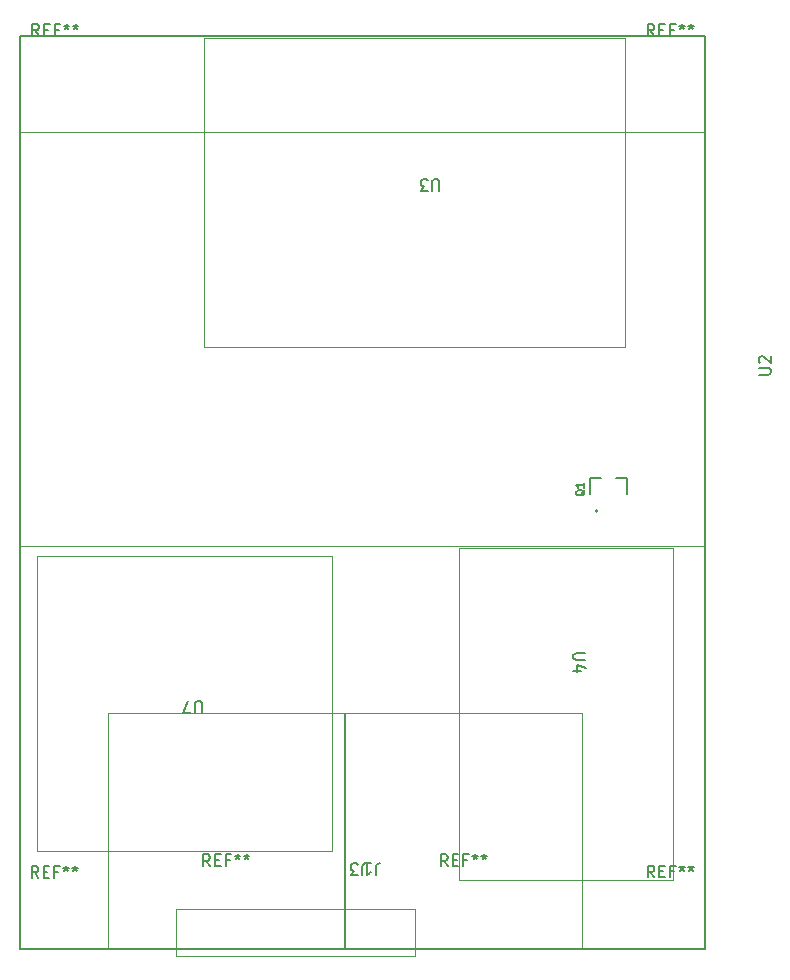
<source format=gbr>
%TF.GenerationSoftware,KiCad,Pcbnew,(6.0.9)*%
%TF.CreationDate,2023-01-30T22:20:02+01:00*%
%TF.ProjectId,P_ytka_pcb,50427974-6b61-45f7-9063-622e6b696361,rev?*%
%TF.SameCoordinates,Original*%
%TF.FileFunction,Legend,Top*%
%TF.FilePolarity,Positive*%
%FSLAX46Y46*%
G04 Gerber Fmt 4.6, Leading zero omitted, Abs format (unit mm)*
G04 Created by KiCad (PCBNEW (6.0.9)) date 2023-01-30 22:20:02*
%MOMM*%
%LPD*%
G01*
G04 APERTURE LIST*
%ADD10C,0.150000*%
%ADD11C,0.120000*%
%ADD12C,0.127000*%
%ADD13C,0.200000*%
G04 APERTURE END LIST*
D10*
X172974000Y-37490400D02*
X114985800Y-37490400D01*
X114985800Y-37490400D02*
X114985800Y-114731800D01*
X114985800Y-114731800D02*
X172974000Y-114731800D01*
X172974000Y-114731800D02*
X172974000Y-37490400D01*
%TO.C,U3*%
X150495704Y-50561419D02*
X150495704Y-49751895D01*
X150448085Y-49656657D01*
X150400466Y-49609038D01*
X150305228Y-49561419D01*
X150114752Y-49561419D01*
X150019514Y-49609038D01*
X149971895Y-49656657D01*
X149924276Y-49751895D01*
X149924276Y-50561419D01*
X149543323Y-50561419D02*
X148924276Y-50561419D01*
X149257609Y-50180466D01*
X149114752Y-50180466D01*
X149019514Y-50132847D01*
X148971895Y-50085228D01*
X148924276Y-49989990D01*
X148924276Y-49751895D01*
X148971895Y-49656657D01*
X149019514Y-49609038D01*
X149114752Y-49561419D01*
X149400466Y-49561419D01*
X149495704Y-49609038D01*
X149543323Y-49656657D01*
%TO.C,J1*%
X145138733Y-108505019D02*
X145138733Y-107790733D01*
X145186352Y-107647876D01*
X145281590Y-107552638D01*
X145424447Y-107505019D01*
X145519685Y-107505019D01*
X144138733Y-107505019D02*
X144710161Y-107505019D01*
X144424447Y-107505019D02*
X144424447Y-108505019D01*
X144519685Y-108362161D01*
X144614923Y-108266923D01*
X144710161Y-108219304D01*
%TO.C,U7*%
X130413304Y-94747819D02*
X130413304Y-93938295D01*
X130365685Y-93843057D01*
X130318066Y-93795438D01*
X130222828Y-93747819D01*
X130032352Y-93747819D01*
X129937114Y-93795438D01*
X129889495Y-93843057D01*
X129841876Y-93938295D01*
X129841876Y-94747819D01*
X129460923Y-94747819D02*
X128794257Y-94747819D01*
X129222828Y-93747819D01*
%TO.C,REF\u002A\u002A*%
X116573466Y-108737780D02*
X116240133Y-108261590D01*
X116002038Y-108737780D02*
X116002038Y-107737780D01*
X116382990Y-107737780D01*
X116478228Y-107785400D01*
X116525847Y-107833019D01*
X116573466Y-107928257D01*
X116573466Y-108071114D01*
X116525847Y-108166352D01*
X116478228Y-108213971D01*
X116382990Y-108261590D01*
X116002038Y-108261590D01*
X117002038Y-108213971D02*
X117335371Y-108213971D01*
X117478228Y-108737780D02*
X117002038Y-108737780D01*
X117002038Y-107737780D01*
X117478228Y-107737780D01*
X118240133Y-108213971D02*
X117906800Y-108213971D01*
X117906800Y-108737780D02*
X117906800Y-107737780D01*
X118382990Y-107737780D01*
X118906800Y-107737780D02*
X118906800Y-107975876D01*
X118668704Y-107880638D02*
X118906800Y-107975876D01*
X119144895Y-107880638D01*
X118763942Y-108166352D02*
X118906800Y-107975876D01*
X119049657Y-108166352D01*
X119668704Y-107737780D02*
X119668704Y-107975876D01*
X119430609Y-107880638D02*
X119668704Y-107975876D01*
X119906800Y-107880638D01*
X119525847Y-108166352D02*
X119668704Y-107975876D01*
X119811561Y-108166352D01*
X168719666Y-108686980D02*
X168386333Y-108210790D01*
X168148238Y-108686980D02*
X168148238Y-107686980D01*
X168529190Y-107686980D01*
X168624428Y-107734600D01*
X168672047Y-107782219D01*
X168719666Y-107877457D01*
X168719666Y-108020314D01*
X168672047Y-108115552D01*
X168624428Y-108163171D01*
X168529190Y-108210790D01*
X168148238Y-108210790D01*
X169148238Y-108163171D02*
X169481571Y-108163171D01*
X169624428Y-108686980D02*
X169148238Y-108686980D01*
X169148238Y-107686980D01*
X169624428Y-107686980D01*
X170386333Y-108163171D02*
X170053000Y-108163171D01*
X170053000Y-108686980D02*
X170053000Y-107686980D01*
X170529190Y-107686980D01*
X171053000Y-107686980D02*
X171053000Y-107925076D01*
X170814904Y-107829838D02*
X171053000Y-107925076D01*
X171291095Y-107829838D01*
X170910142Y-108115552D02*
X171053000Y-107925076D01*
X171195857Y-108115552D01*
X171814904Y-107686980D02*
X171814904Y-107925076D01*
X171576809Y-107829838D02*
X171814904Y-107925076D01*
X172053000Y-107829838D01*
X171672047Y-108115552D02*
X171814904Y-107925076D01*
X171957761Y-108115552D01*
X116624266Y-37439980D02*
X116290933Y-36963790D01*
X116052838Y-37439980D02*
X116052838Y-36439980D01*
X116433790Y-36439980D01*
X116529028Y-36487600D01*
X116576647Y-36535219D01*
X116624266Y-36630457D01*
X116624266Y-36773314D01*
X116576647Y-36868552D01*
X116529028Y-36916171D01*
X116433790Y-36963790D01*
X116052838Y-36963790D01*
X117052838Y-36916171D02*
X117386171Y-36916171D01*
X117529028Y-37439980D02*
X117052838Y-37439980D01*
X117052838Y-36439980D01*
X117529028Y-36439980D01*
X118290933Y-36916171D02*
X117957600Y-36916171D01*
X117957600Y-37439980D02*
X117957600Y-36439980D01*
X118433790Y-36439980D01*
X118957600Y-36439980D02*
X118957600Y-36678076D01*
X118719504Y-36582838D02*
X118957600Y-36678076D01*
X119195695Y-36582838D01*
X118814742Y-36868552D02*
X118957600Y-36678076D01*
X119100457Y-36868552D01*
X119719504Y-36439980D02*
X119719504Y-36678076D01*
X119481409Y-36582838D02*
X119719504Y-36678076D01*
X119957600Y-36582838D01*
X119576647Y-36868552D02*
X119719504Y-36678076D01*
X119862361Y-36868552D01*
%TO.C,U2*%
X177556980Y-66122104D02*
X178366504Y-66122104D01*
X178461742Y-66074485D01*
X178509361Y-66026866D01*
X178556980Y-65931628D01*
X178556980Y-65741152D01*
X178509361Y-65645914D01*
X178461742Y-65598295D01*
X178366504Y-65550676D01*
X177556980Y-65550676D01*
X177652219Y-65122104D02*
X177604600Y-65074485D01*
X177556980Y-64979247D01*
X177556980Y-64741152D01*
X177604600Y-64645914D01*
X177652219Y-64598295D01*
X177747457Y-64550676D01*
X177842695Y-64550676D01*
X177985552Y-64598295D01*
X178556980Y-65169723D01*
X178556980Y-64550676D01*
%TO.C,REF\u002A\u002A*%
X131102266Y-107741980D02*
X130768933Y-107265790D01*
X130530838Y-107741980D02*
X130530838Y-106741980D01*
X130911790Y-106741980D01*
X131007028Y-106789600D01*
X131054647Y-106837219D01*
X131102266Y-106932457D01*
X131102266Y-107075314D01*
X131054647Y-107170552D01*
X131007028Y-107218171D01*
X130911790Y-107265790D01*
X130530838Y-107265790D01*
X131530838Y-107218171D02*
X131864171Y-107218171D01*
X132007028Y-107741980D02*
X131530838Y-107741980D01*
X131530838Y-106741980D01*
X132007028Y-106741980D01*
X132768933Y-107218171D02*
X132435600Y-107218171D01*
X132435600Y-107741980D02*
X132435600Y-106741980D01*
X132911790Y-106741980D01*
X133435600Y-106741980D02*
X133435600Y-106980076D01*
X133197504Y-106884838D02*
X133435600Y-106980076D01*
X133673695Y-106884838D01*
X133292742Y-107170552D02*
X133435600Y-106980076D01*
X133578457Y-107170552D01*
X134197504Y-106741980D02*
X134197504Y-106980076D01*
X133959409Y-106884838D02*
X134197504Y-106980076D01*
X134435600Y-106884838D01*
X134054647Y-107170552D02*
X134197504Y-106980076D01*
X134340361Y-107170552D01*
X168719666Y-37439980D02*
X168386333Y-36963790D01*
X168148238Y-37439980D02*
X168148238Y-36439980D01*
X168529190Y-36439980D01*
X168624428Y-36487600D01*
X168672047Y-36535219D01*
X168719666Y-36630457D01*
X168719666Y-36773314D01*
X168672047Y-36868552D01*
X168624428Y-36916171D01*
X168529190Y-36963790D01*
X168148238Y-36963790D01*
X169148238Y-36916171D02*
X169481571Y-36916171D01*
X169624428Y-37439980D02*
X169148238Y-37439980D01*
X169148238Y-36439980D01*
X169624428Y-36439980D01*
X170386333Y-36916171D02*
X170053000Y-36916171D01*
X170053000Y-37439980D02*
X170053000Y-36439980D01*
X170529190Y-36439980D01*
X171053000Y-36439980D02*
X171053000Y-36678076D01*
X170814904Y-36582838D02*
X171053000Y-36678076D01*
X171291095Y-36582838D01*
X170910142Y-36868552D02*
X171053000Y-36678076D01*
X171195857Y-36868552D01*
X171814904Y-36439980D02*
X171814904Y-36678076D01*
X171576809Y-36582838D02*
X171814904Y-36678076D01*
X172053000Y-36582838D01*
X171672047Y-36868552D02*
X171814904Y-36678076D01*
X171957761Y-36868552D01*
%TO.C,U4*%
X162871419Y-89701295D02*
X162061895Y-89701295D01*
X161966657Y-89748914D01*
X161919038Y-89796533D01*
X161871419Y-89891771D01*
X161871419Y-90082247D01*
X161919038Y-90177485D01*
X161966657Y-90225104D01*
X162061895Y-90272723D01*
X162871419Y-90272723D01*
X162538085Y-91177485D02*
X161871419Y-91177485D01*
X162919038Y-90939390D02*
X162204752Y-90701295D01*
X162204752Y-91320342D01*
%TO.C,J3*%
X143995733Y-108503419D02*
X143995733Y-107789133D01*
X144043352Y-107646276D01*
X144138590Y-107551038D01*
X144281447Y-107503419D01*
X144376685Y-107503419D01*
X143614780Y-108503419D02*
X142995733Y-108503419D01*
X143329066Y-108122466D01*
X143186209Y-108122466D01*
X143090971Y-108074847D01*
X143043352Y-108027228D01*
X142995733Y-107931990D01*
X142995733Y-107693895D01*
X143043352Y-107598657D01*
X143090971Y-107551038D01*
X143186209Y-107503419D01*
X143471923Y-107503419D01*
X143567161Y-107551038D01*
X143614780Y-107598657D01*
%TO.C,Q1*%
X162790076Y-75893952D02*
X162759600Y-75954904D01*
X162698647Y-76015857D01*
X162607219Y-76107285D01*
X162576742Y-76168238D01*
X162576742Y-76229190D01*
X162729123Y-76198714D02*
X162698647Y-76259666D01*
X162637695Y-76320619D01*
X162515790Y-76351095D01*
X162302457Y-76351095D01*
X162180552Y-76320619D01*
X162119600Y-76259666D01*
X162089123Y-76198714D01*
X162089123Y-76076809D01*
X162119600Y-76015857D01*
X162180552Y-75954904D01*
X162302457Y-75924428D01*
X162515790Y-75924428D01*
X162637695Y-75954904D01*
X162698647Y-76015857D01*
X162729123Y-76076809D01*
X162729123Y-76198714D01*
X162729123Y-75314904D02*
X162729123Y-75680619D01*
X162729123Y-75497761D02*
X162089123Y-75497761D01*
X162180552Y-75558714D01*
X162241504Y-75619666D01*
X162271980Y-75680619D01*
%TO.C,REF\u002A\u002A*%
X151219066Y-107741980D02*
X150885733Y-107265790D01*
X150647638Y-107741980D02*
X150647638Y-106741980D01*
X151028590Y-106741980D01*
X151123828Y-106789600D01*
X151171447Y-106837219D01*
X151219066Y-106932457D01*
X151219066Y-107075314D01*
X151171447Y-107170552D01*
X151123828Y-107218171D01*
X151028590Y-107265790D01*
X150647638Y-107265790D01*
X151647638Y-107218171D02*
X151980971Y-107218171D01*
X152123828Y-107741980D02*
X151647638Y-107741980D01*
X151647638Y-106741980D01*
X152123828Y-106741980D01*
X152885733Y-107218171D02*
X152552400Y-107218171D01*
X152552400Y-107741980D02*
X152552400Y-106741980D01*
X153028590Y-106741980D01*
X153552400Y-106741980D02*
X153552400Y-106980076D01*
X153314304Y-106884838D02*
X153552400Y-106980076D01*
X153790495Y-106884838D01*
X153409542Y-107170552D02*
X153552400Y-106980076D01*
X153695257Y-107170552D01*
X154314304Y-106741980D02*
X154314304Y-106980076D01*
X154076209Y-106884838D02*
X154314304Y-106980076D01*
X154552400Y-106884838D01*
X154171447Y-107170552D02*
X154314304Y-106980076D01*
X154457161Y-107170552D01*
D11*
%TO.C,U3*%
X130568400Y-37591800D02*
X130568400Y-63791800D01*
X166218400Y-37591800D02*
X130568400Y-37591800D01*
X130568400Y-63791800D02*
X166218400Y-63791800D01*
X166218400Y-37591800D02*
X166218400Y-63791800D01*
%TO.C,J1*%
X128253800Y-115337200D02*
X148453800Y-115337200D01*
X128253800Y-115337200D02*
X128253800Y-111337200D01*
X148453800Y-111337200D02*
X128253800Y-111337200D01*
X148453800Y-115337200D02*
X148453800Y-111337200D01*
%TO.C,U7*%
X141437000Y-81448000D02*
X116437000Y-81448000D01*
X116437000Y-81448000D02*
X116437000Y-106448000D01*
X141437000Y-106448000D02*
X141437000Y-81448000D01*
X116437000Y-106448000D02*
X141437000Y-106448000D01*
%TO.C,U2*%
X173024600Y-80600200D02*
X173024600Y-45600200D01*
X173024600Y-80600200D02*
X115024600Y-80600200D01*
X173024600Y-45600200D02*
X115024600Y-45600200D01*
X115024600Y-80600200D02*
X115024600Y-45600200D01*
%TO.C,REF\u002A\u002A*%
X122435600Y-114749600D02*
X122435600Y-94749600D01*
X142435600Y-94749600D02*
X142435600Y-114749600D01*
X122435600Y-114749600D02*
X142435600Y-114749600D01*
X122435600Y-94749600D02*
X142435600Y-94749600D01*
%TO.C,U4*%
X170263800Y-108911200D02*
X152163800Y-108911200D01*
X170263800Y-80811200D02*
X170263800Y-108911200D01*
X152163800Y-80811200D02*
X170263800Y-80811200D01*
X152163800Y-80811200D02*
X152163800Y-108911200D01*
D12*
%TO.C,Q1*%
X163286000Y-74865000D02*
X164226000Y-74865000D01*
X163286000Y-76265000D02*
X163286000Y-74865000D01*
X165466000Y-74865000D02*
X166406000Y-74865000D01*
X166406000Y-76265000D02*
X166406000Y-74865000D01*
D13*
X163946000Y-77665000D02*
G75*
G03*
X163946000Y-77665000I-100000J0D01*
G01*
D11*
%TO.C,REF\u002A\u002A*%
X142552400Y-114749600D02*
X162552400Y-114749600D01*
X142552400Y-94749600D02*
X162552400Y-94749600D01*
X142552400Y-114749600D02*
X142552400Y-94749600D01*
X162552400Y-94749600D02*
X162552400Y-114749600D01*
%TD*%
M02*

</source>
